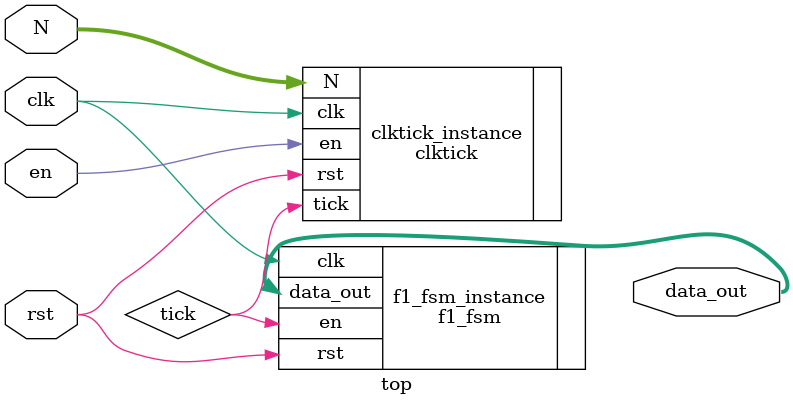
<source format=sv>
module top #(
    parameter WIDTH = 16
) (
    input logic clk,
    input logic rst,
    input logic en,
    input logic [WIDTH-1:0] N,
    output logic [7:0] data_out
);

logic tick;


clktick clktick_instance(
    .clk (clk),
    .rst (rst),
    .en (en),
    .N (N),
    .tick (tick)
);

f1_fsm f1_fsm_instance (
    .clk (clk),
    .rst (rst),
    .en (tick),
    .data_out (data_out)
);

endmodule

</source>
